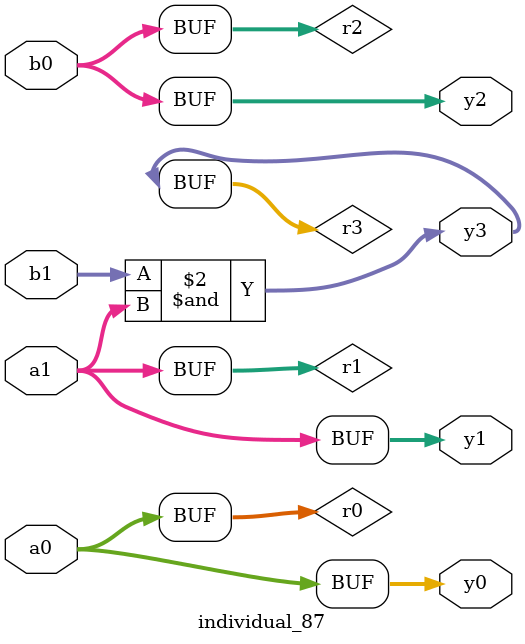
<source format=sv>
module individual_87(input logic [15:0] a1, input logic [15:0] a0, input logic [15:0] b1, input logic [15:0] b0, output logic [15:0] y3, output logic [15:0] y2, output logic [15:0] y1, output logic [15:0] y0);
logic [15:0] r0, r1, r2, r3; 
 always@(*) begin 
	 r0 = a0; r1 = a1; r2 = b0; r3 = b1; 
 	 r3  &=  a1 ;
 	 y3 = r3; y2 = r2; y1 = r1; y0 = r0; 
end
endmodule
</source>
